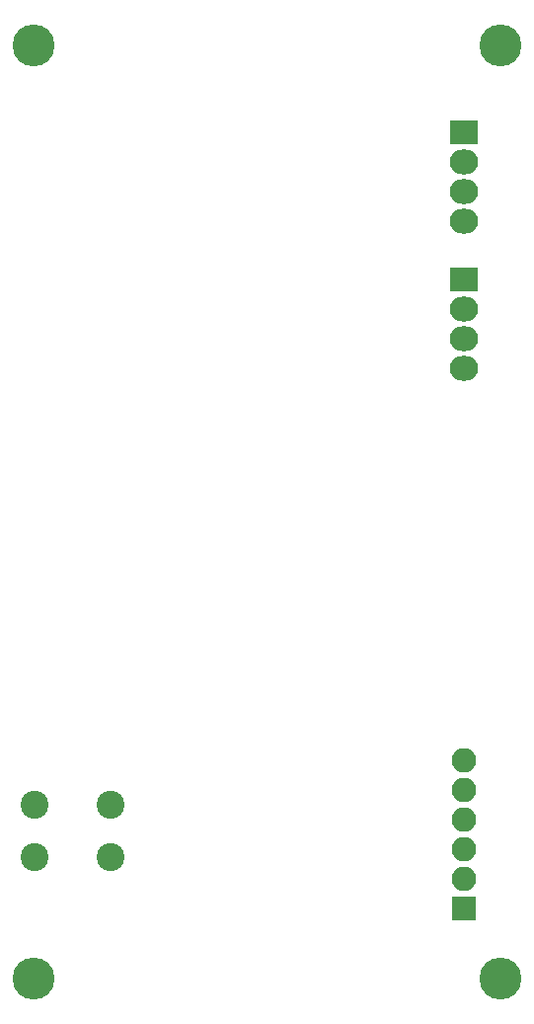
<source format=gbr>
G04 #@! TF.GenerationSoftware,KiCad,Pcbnew,no-vcs-found-7434~57~ubuntu16.04.1*
G04 #@! TF.CreationDate,2017-01-15T22:22:22-08:00*
G04 #@! TF.ProjectId,indLight,696E644C696768742E6B696361645F70,rev?*
G04 #@! TF.FileFunction,Soldermask,Bot*
G04 #@! TF.FilePolarity,Negative*
%FSLAX46Y46*%
G04 Gerber Fmt 4.6, Leading zero omitted, Abs format (unit mm)*
G04 Created by KiCad (PCBNEW no-vcs-found-7434~57~ubuntu16.04.1) date Sun Jan 15 22:22:22 2017*
%MOMM*%
%LPD*%
G01*
G04 APERTURE LIST*
%ADD10C,0.100000*%
%ADD11R,2.432000X2.127200*%
%ADD12O,2.432000X2.127200*%
%ADD13C,3.600000*%
%ADD14C,2.400000*%
%ADD15O,2.100000X2.100000*%
%ADD16R,2.100000X2.100000*%
G04 APERTURE END LIST*
D10*
D11*
X88900000Y-60452000D03*
D12*
X88900000Y-62992000D03*
X88900000Y-65532000D03*
X88900000Y-68072000D03*
X88900000Y-80645000D03*
X88900000Y-78105000D03*
X88900000Y-75565000D03*
D11*
X88900000Y-73025000D03*
D13*
X92000000Y-53000000D03*
X92000000Y-133000000D03*
X52000000Y-53000000D03*
X52000000Y-133000000D03*
D14*
X58570000Y-118110000D03*
X58570000Y-122610000D03*
X52070000Y-118110000D03*
X52070000Y-122610000D03*
D15*
X88900000Y-114300000D03*
X88900000Y-116840000D03*
X88900000Y-119380000D03*
X88900000Y-121920000D03*
X88900000Y-124460000D03*
D16*
X88900000Y-127000000D03*
M02*

</source>
